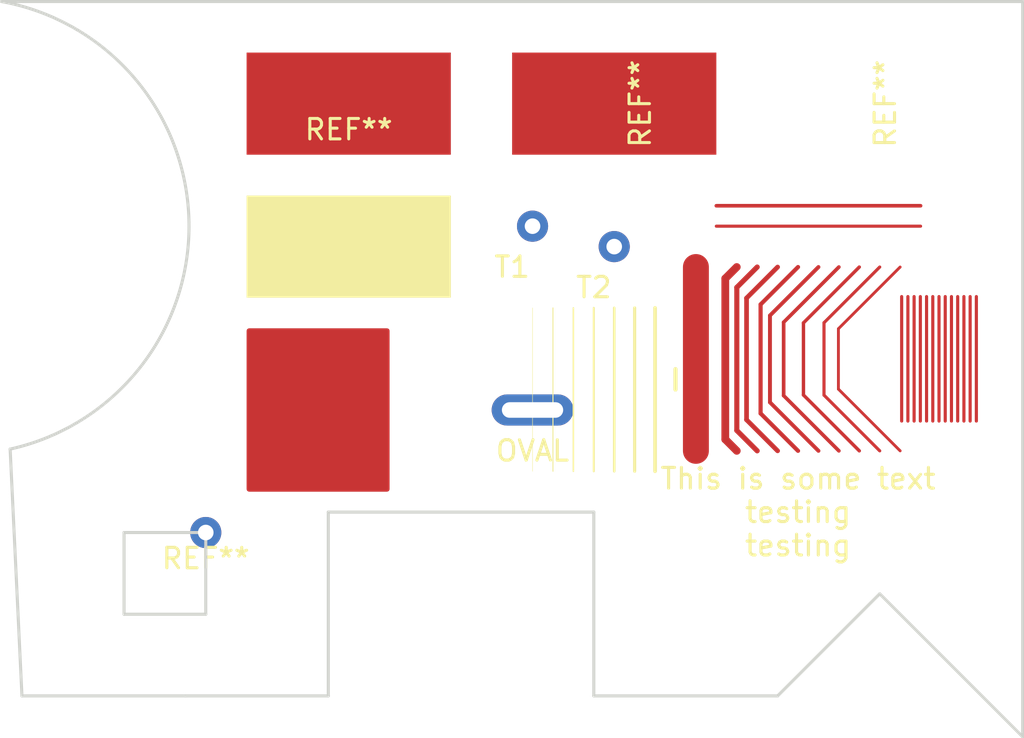
<source format=kicad_pcb>
(kicad_pcb (version 4) (host pcbnew 4.0.4+e1-6308~48~ubuntu16.04.1-stable)

  (general
    (links 0)
    (no_connects 0)
    (area 91.924999 51.924999 144.075001 88.075001)
    (thickness 1.6)
    (drawings 33)
    (tracks 43)
    (zones 0)
    (modules 8)
    (nets 1)
  )

  (page A4)
  (layers
    (0 F.Cu signal)
    (31 B.Cu signal)
    (32 B.Adhes user)
    (33 F.Adhes user)
    (34 B.Paste user)
    (35 F.Paste user)
    (36 B.SilkS user)
    (37 F.SilkS user)
    (38 B.Mask user)
    (39 F.Mask user hide)
    (40 Dwgs.User user)
    (41 Cmts.User user)
    (42 Eco1.User user)
    (43 Eco2.User user)
    (44 Edge.Cuts user)
    (45 Margin user)
    (46 B.CrtYd user)
    (47 F.CrtYd user)
    (48 B.Fab user)
    (49 F.Fab user)
  )

  (setup
    (last_trace_width 0.1524)
    (trace_clearance 0.14986)
    (zone_clearance 0.508)
    (zone_45_only no)
    (trace_min 0.1524)
    (segment_width 0.2032)
    (edge_width 0.15)
    (via_size 0.6)
    (via_drill 0.4)
    (via_min_size 0.4)
    (via_min_drill 0.3)
    (uvia_size 0.3)
    (uvia_drill 0.1)
    (uvias_allowed no)
    (uvia_min_size 0)
    (uvia_min_drill 0)
    (pcb_text_width 0.3)
    (pcb_text_size 1.5 1.5)
    (mod_edge_width 0.15)
    (mod_text_size 1 1)
    (mod_text_width 0.15)
    (pad_size 4 1.524)
    (pad_drill 3)
    (pad_to_mask_clearance 0.2)
    (aux_axis_origin 0 0)
    (visible_elements FFFFFF7F)
    (pcbplotparams
      (layerselection 0x000a0_00000001)
      (usegerberextensions true)
      (excludeedgelayer false)
      (linewidth 0.100000)
      (plotframeref false)
      (viasonmask false)
      (mode 1)
      (useauxorigin false)
      (hpglpennumber 1)
      (hpglpenspeed 20)
      (hpglpendiameter 15)
      (hpglpenoverlay 2)
      (psnegative false)
      (psa4output false)
      (plotreference true)
      (plotvalue true)
      (plotinvisibletext false)
      (padsonsilk false)
      (subtractmaskfromsilk false)
      (outputformat 1)
      (mirror false)
      (drillshape 0)
      (scaleselection 1)
      (outputdirectory test))
  )

  (net 0 "")

  (net_class Default "This is the default net class."
    (clearance 0.14986)
    (trace_width 0.1524)
    (via_dia 0.6)
    (via_drill 0.4)
    (uvia_dia 0.3)
    (uvia_drill 0.1)
  )

  (module kicad:SMTPIN (layer F.Cu) (tedit 57DAAEA7) (tstamp 57DDCC79)
    (at 111 57)
    (fp_text reference REF** (at 0 1.27) (layer F.SilkS)
      (effects (font (size 1 1) (thickness 0.15)))
    )
    (fp_text value SMTPIN (at 0 -0.5) (layer F.Fab)
      (effects (font (size 1 1) (thickness 0.15)))
    )
    (pad 1 smd rect (at 0 0) (size 10 5) (layers F.Cu F.Paste F.Mask))
  )

  (module kicad:SMTPIN (layer F.Cu) (tedit 57DAAEDB) (tstamp 57DDCC97)
    (at 124 57 90)
    (fp_text reference REF** (at 0 1.27 90) (layer F.SilkS)
      (effects (font (size 1 1) (thickness 0.15)))
    )
    (fp_text value SMTPIN (at 0 -0.5 90) (layer F.Fab)
      (effects (font (size 1 1) (thickness 0.15)))
    )
    (pad 1 smd rect (at 0 0 90) (size 5 10) (layers F.Cu F.Paste F.Mask))
  )

  (module kicad:SMTPIN (layer F.Cu) (tedit 57DAAF04) (tstamp 57DDCCA9)
    (at 136 57 90)
    (fp_text reference REF** (at 0 1.27 90) (layer F.SilkS)
      (effects (font (size 1 1) (thickness 0.15)))
    )
    (fp_text value SMTPIN (at 0 -0.5 90) (layer F.Fab)
      (effects (font (size 1 1) (thickness 0.15)))
    )
    (pad 1 smd rect (at 0 0 90) (size 5 10) (layers F.Paste F.Mask))
  )

  (module kicad:SMTPIN (layer F.Cu) (tedit 57DAAF42) (tstamp 57DDCCC3)
    (at 111 64 90)
    (fp_text reference REF** (at 0 1.27 90) (layer F.SilkS)
      (effects (font (size 1 1) (thickness 0.15)))
    )
    (fp_text value SMTPIN (at 0 -0.5 90) (layer F.Fab)
      (effects (font (size 1 1) (thickness 0.15)))
    )
    (pad 1 smd rect (at 0 0 90) (size 5 10) (layers F.Paste F.SilkS F.Mask))
  )

  (module kicad:SMTPIN (layer F.Cu) (tedit 57DAAF7B) (tstamp 57E0ABE1)
    (at 124 64)
    (fp_text reference T2 (at -1 2) (layer F.SilkS)
      (effects (font (size 1 1) (thickness 0.15)))
    )
    (fp_text value SMTPIN (at 0 -0.5) (layer F.Fab)
      (effects (font (size 1 1) (thickness 0.15)))
    )
    (pad 1 thru_hole circle (at 0 0) (size 1.524 1.524) (drill 0.762) (layers *.Cu *.Mask))
  )

  (module kicad:SMTPIN (layer F.Cu) (tedit 57DAAF76) (tstamp 57E0ABE8)
    (at 120 63)
    (fp_text reference T1 (at -1 2) (layer F.SilkS)
      (effects (font (size 1 1) (thickness 0.15)))
    )
    (fp_text value SMTPIN (at 0 -0.5) (layer F.Fab)
      (effects (font (size 1 1) (thickness 0.15)))
    )
    (pad 1 thru_hole circle (at 0 0) (size 1.524 1.524) (drill 0.762) (layers *.Cu *.Mask))
  )

  (module kicad:SMTPIN (layer F.Cu) (tedit 57CB2165) (tstamp 57E0ACAE)
    (at 104 78)
    (fp_text reference REF** (at 0 1.27) (layer F.SilkS)
      (effects (font (size 1 1) (thickness 0.15)))
    )
    (fp_text value SMTPIN (at 0 -0.5) (layer F.Fab)
      (effects (font (size 1 1) (thickness 0.15)))
    )
    (pad 1 thru_hole circle (at 0 0) (size 1.524 1.524) (drill 0.762) (layers *.Cu *.Mask))
  )

  (module kicad:SMTPIN (layer F.Cu) (tedit 57DAB355) (tstamp 57E0ACB3)
    (at 120 72)
    (fp_text reference OVAL (at 0 2) (layer F.SilkS)
      (effects (font (size 1 1) (thickness 0.15)))
    )
    (fp_text value SMTPIN (at 0 -0.5) (layer F.Fab)
      (effects (font (size 1 1) (thickness 0.15)))
    )
    (pad 1 thru_hole oval (at 0 0) (size 4 1.524) (drill oval 3 0.762) (layers *.Cu *.Mask))
  )

  (gr_line (start 100 82) (end 100 78) (layer Edge.Cuts) (width 0.15))
  (gr_line (start 104 82) (end 100 82) (layer Edge.Cuts) (width 0.15))
  (gr_line (start 104 78) (end 104 82) (layer Edge.Cuts) (width 0.15))
  (gr_line (start 100 78) (end 104 78) (layer Edge.Cuts) (width 0.15))
  (gr_text "This is some text\ntesting\ntesting" (at 133 77) (layer F.SilkS)
    (effects (font (size 1.016 1.016) (thickness 0.1524)))
  )
  (gr_line (start 127 70) (end 127 71) (layer F.SilkS) (width 0.2032))
  (gr_line (start 126 67) (end 126 75) (layer F.SilkS) (width 0.1778))
  (gr_line (start 125 75) (end 125 67) (layer F.SilkS) (width 0.1524))
  (gr_line (start 124 67) (end 124 75) (layer F.SilkS) (width 0.127))
  (gr_line (start 123 75) (end 123 67) (layer F.SilkS) (width 0.1016))
  (gr_line (start 122 67) (end 122 75) (layer F.SilkS) (width 0.0762))
  (gr_line (start 121 67) (end 121 75) (layer F.SilkS) (width 0.0508))
  (gr_line (start 120 75) (end 120 67) (layer F.SilkS) (width 0.0254))
  (gr_line (start 107 75) (end 119 75) (layer F.Mask) (width 0.0254) (tstamp 57E0AC1A))
  (gr_line (start 107 74) (end 119 74) (layer F.Mask) (width 0.0508) (tstamp 57E0AC19))
  (gr_line (start 107 73) (end 119 73) (layer F.Mask) (width 0.0762))
  (gr_line (start 107 72) (end 119 72) (layer F.Mask) (width 0.1016))
  (gr_line (start 118 71) (end 119 71) (layer F.Mask) (width 0.2))
  (gr_line (start 107 71) (end 118 71) (layer F.Mask) (width 0.127))
  (gr_line (start 107 70) (end 119 70) (layer F.Mask) (width 0.1524))
  (gr_line (start 107 69) (end 119 69) (layer F.Mask) (width 0.2))
  (gr_arc (start 92 63) (end 94 52) (angle 157.1883197) (layer Edge.Cuts) (width 0.15))
  (gr_line (start 95 86) (end 94.42117 73.915032) (angle 90) (layer Edge.Cuts) (width 0.15))
  (gr_line (start 103 86) (end 95 86) (angle 90) (layer Edge.Cuts) (width 0.15))
  (gr_line (start 110 86) (end 103 86) (angle 90) (layer Edge.Cuts) (width 0.15))
  (gr_line (start 110 77) (end 110 86) (angle 90) (layer Edge.Cuts) (width 0.15))
  (gr_line (start 123 77) (end 110 77) (angle 90) (layer Edge.Cuts) (width 0.15))
  (gr_line (start 123 86) (end 123 77) (angle 90) (layer Edge.Cuts) (width 0.15))
  (gr_line (start 132 86) (end 123 86) (angle 90) (layer Edge.Cuts) (width 0.15))
  (gr_line (start 137 81) (end 132 86) (angle 90) (layer Edge.Cuts) (width 0.15))
  (gr_line (start 144 88) (end 137 81) (angle 90) (layer Edge.Cuts) (width 0.15))
  (gr_line (start 144 52) (end 144 88) (angle 90) (layer Edge.Cuts) (width 0.15))
  (gr_line (start 94 52) (end 144 52) (angle 90) (layer Edge.Cuts) (width 0.15))

  (segment (start 141.732 72.5424) (end 141.732 66.4464) (width 0.1524) (layer F.Cu) (net 0))
  (segment (start 141.4272 66.4464) (end 141.4272 72.5424) (width 0.1524) (layer F.Cu) (net 0))
  (segment (start 141.1224 72.5424) (end 141.1224 66.4464) (width 0.1524) (layer F.Cu) (net 0))
  (segment (start 140.8176 66.4464) (end 140.8176 72.5424) (width 0.1524) (layer F.Cu) (net 0))
  (segment (start 140.5128 72.5424) (end 140.5128 66.4464) (width 0.1524) (layer F.Cu) (net 0))
  (segment (start 140.208 66.4464) (end 140.208 72.5424) (width 0.1524) (layer F.Cu) (net 0))
  (segment (start 139.9032 72.5424) (end 139.9032 66.4464) (width 0.1524) (layer F.Cu) (net 0))
  (segment (start 139.5984 66.4464) (end 139.5984 72.5424) (width 0.1524) (layer F.Cu) (net 0))
  (segment (start 139.2936 72.5424) (end 139.2936 66.4464) (width 0.1524) (layer F.Cu) (net 0))
  (segment (start 138.9888 66.4464) (end 138.9888 72.5424) (width 0.1524) (layer F.Cu) (net 0))
  (segment (start 138.684 72.5424) (end 138.684 66.4464) (width 0.1524) (layer F.Cu) (net 0))
  (segment (start 138.3792 66.4464) (end 138.3792 72.5424) (width 0.1524) (layer F.Cu) (net 0))
  (segment (start 138.0744 72.5424) (end 138.0744 66.4464) (width 0.1524) (layer F.Cu) (net 0))
  (segment (start 138 65) (end 134.97715 68.02285) (width 0.1397) (layer F.Cu) (net 0))
  (segment (start 134.97715 68.02285) (end 134.97715 70.97715) (width 0.1397) (layer F.Cu) (net 0))
  (segment (start 134.97715 70.97715) (end 138 74) (width 0.1397) (layer F.Cu) (net 0))
  (segment (start 137 65) (end 134.271525 67.728475) (width 0.1524) (layer F.Cu) (net 0))
  (segment (start 134.271525 67.728475) (end 134.271525 71.271525) (width 0.1524) (layer F.Cu) (net 0))
  (segment (start 134.271525 71.271525) (end 137 74) (width 0.1524) (layer F.Cu) (net 0))
  (segment (start 136 65) (end 133.26601 67.73399) (width 0.1651) (layer F.Cu) (net 0))
  (segment (start 133.26601 67.73399) (end 133.26601 71.26601) (width 0.1651) (layer F.Cu) (net 0))
  (segment (start 133.26601 71.26601) (end 136 74) (width 0.1651) (layer F.Cu) (net 0))
  (segment (start 135 65) (end 132.295776 67.704224) (width 0.1778) (layer F.Cu) (net 0))
  (segment (start 132.295776 67.704224) (end 132.295776 71.295776) (width 0.1778) (layer F.Cu) (net 0))
  (segment (start 132.295776 71.295776) (end 135 74) (width 0.1778) (layer F.Cu) (net 0))
  (segment (start 134 65) (end 131.625432 67.374568) (width 0.1905) (layer F.Cu) (net 0))
  (segment (start 131.625432 67.374568) (end 131.625432 71.625432) (width 0.1905) (layer F.Cu) (net 0))
  (segment (start 131.625432 71.625432) (end 134 74) (width 0.1905) (layer F.Cu) (net 0))
  (segment (start 133 65) (end 131.166776 66.833224) (width 0.2032) (layer F.Cu) (net 0))
  (segment (start 131.166776 66.833224) (end 131.166776 72.166776) (width 0.2032) (layer F.Cu) (net 0))
  (segment (start 131.166776 72.166776) (end 133 74) (width 0.2032) (layer F.Cu) (net 0))
  (segment (start 132 65) (end 130.478792 66.521208) (width 0.2286) (layer F.Cu) (net 0))
  (segment (start 130.478792 66.521208) (end 130.478792 72.478792) (width 0.2286) (layer F.Cu) (net 0))
  (segment (start 130.478792 72.478792) (end 132 74) (width 0.2286) (layer F.Cu) (net 0))
  (segment (start 131 65) (end 130.002495 65.997505) (width 0.25) (layer F.Cu) (net 0))
  (segment (start 130.002495 65.997505) (end 130.002495 73.002495) (width 0.25) (layer F.Cu) (net 0))
  (segment (start 130.002495 73.002495) (end 131 74) (width 0.25) (layer F.Cu) (net 0))
  (segment (start 130 65) (end 129.437995 65.562005) (width 0.381) (layer F.Cu) (net 0))
  (segment (start 129.437995 65.562005) (end 129.437995 73.437995) (width 0.381) (layer F.Cu) (net 0))
  (segment (start 129.437995 73.437995) (end 130 74) (width 0.381) (layer F.Cu) (net 0))
  (segment (start 129 63) (end 139 63) (width 0.1524) (layer F.Cu) (net 0))
  (segment (start 129 62) (end 139 62) (width 0.1778) (layer F.Cu) (net 0))
  (segment (start 128 65) (end 128 74) (width 1.27) (layer F.Cu) (net 0))

  (zone (net 0) (net_name "") (layer F.Mask) (tstamp 0) (hatch edge 0.508)
    (connect_pads (clearance 0.508))
    (min_thickness 0.254)
    (fill yes (arc_segments 16) (thermal_gap 0.508) (thermal_bridge_width 0.508))
    (polygon
      (pts
        (xy 127 69) (xy 127 61) (xy 141 61) (xy 141 69)
      )
    )
    (filled_polygon
      (pts
        (xy 140.873 68.873) (xy 127.127 68.873) (xy 127.127 61.127) (xy 140.873 61.127)
      )
    )
  )
  (zone (net 0) (net_name "") (layer F.Mask) (tstamp 0) (hatch edge 0.508)
    (connect_pads (clearance 0.508))
    (min_thickness 0.254)
    (fill yes (arc_segments 16) (thermal_gap 0.508) (thermal_bridge_width 0.508))
    (polygon
      (pts
        (xy 127 72) (xy 141 72) (xy 141 76) (xy 127 76)
      )
    )
    (filled_polygon
      (pts
        (xy 140.873 75.873) (xy 127.127 75.873) (xy 127.127 72.127) (xy 140.873 72.127)
      )
    )
  )
  (zone (net 0) (net_name "") (layer F.Cu) (tstamp 0) (hatch edge 0.508)
    (connect_pads (clearance 0.508))
    (min_thickness 0.254)
    (fill yes (arc_segments 16) (thermal_gap 0.508) (thermal_bridge_width 0.508))
    (polygon
      (pts
        (xy 106 68) (xy 113 68) (xy 113 76) (xy 106 76)
      )
    )
    (filled_polygon
      (pts
        (xy 112.873 75.873) (xy 106.127 75.873) (xy 106.127 68.127) (xy 112.873 68.127)
      )
    )
  )
)

</source>
